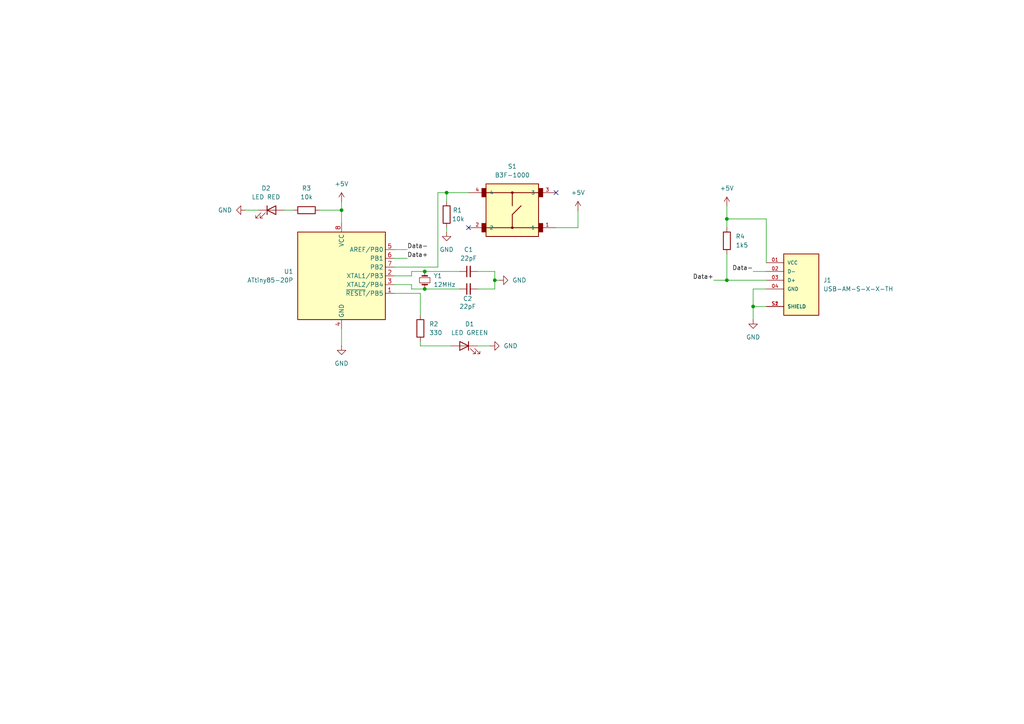
<source format=kicad_sch>
(kicad_sch (version 20231120) (generator "eeschema") (generator_version "8.0")
  (paper "A4")
  (lib_symbols
    (symbol "B3F-1000:B3F-1000" (pin_names (offset 1.016))
      (property "Reference" "S" (at -7.6261 7.6261 0))
      (property "Value" "B3F-1000" (at -7.6316 -8.9035 0))
      (symbol "B3F-1000_0_0"
        (rectangle (start -8.8931 -6.3522) (end -7.62 -3.81) (stroke (width 0.1)) (fill (type outline)))
        (rectangle (start -8.8912 3.8105) (end -7.62 6.35) (stroke (width 0.1)) (fill (type outline)))
        (rectangle (start -7.62 -7.62) (end 7.62 7.62) (stroke (width 0.254)) (fill (type background)))
        (circle (center 0 -5.08) (radius 0.254) (stroke (width 0.254)))
        (polyline (pts (xy -7.62 -5.08) (xy 0 -5.08)) (stroke (width 0.254)))
        (polyline (pts (xy -7.62 5.08) (xy 0 5.08)) (stroke (width 0.254)))
        (polyline (pts (xy 0 -5.08) (xy 0 -1.27)) (stroke (width 0.254)))
        (polyline (pts (xy 0 -5.08) (xy 7.62 -5.08)) (stroke (width 0.254)))
        (polyline (pts (xy 0 -1.27) (xy 2.54 1.27)) (stroke (width 0.254)))
        (polyline (pts (xy 0 5.08) (xy 0 1.27)) (stroke (width 0.254)))
        (polyline (pts (xy 0 5.08) (xy 7.62 5.08)) (stroke (width 0.254)))
        (circle (center 0 5.08) (radius 0.254) (stroke (width 0.254)))
        (rectangle (start 7.6236 -6.353) (end 8.89 -3.81) (stroke (width 0.1)) (fill (type outline)))
        (rectangle (start 7.6243 3.8121) (end 8.89 6.35) (stroke (width 0.1)) (fill (type outline)))
        (pin passive line (at 12.7 -5.08 180) (length 5.08) (name "1") (number "1"))
        (pin passive line (at -12.7 -5.08 0) (length 5.08) (name "2") (number "2"))
        (pin passive line (at 12.7 5.08 180) (length 5.08) (name "3") (number "3"))
        (pin passive line (at -12.7 5.08 0) (length 5.08) (name "4") (number "4"))
      )
    )
    (symbol "Device:C_Small" (pin_numbers hide) (pin_names (offset 0.254) hide)
      (property "Reference" "C" (at 0.254 1.778 0))
      (property "Value" "C_Small" (at 0.254 -2.032 0))
      (symbol "C_Small_0_1"
        (polyline (pts (xy -1.524 -0.508) (xy 1.524 -0.508)) (stroke (width 0.3302)))
        (polyline (pts (xy -1.524 0.508) (xy 1.524 0.508)) (stroke (width 0.3048)))
      )
      (symbol "C_Small_1_1"
        (pin passive line (at 0 2.54 270) (length 2.032) (name "~") (number "1"))
        (pin passive line (at 0 -2.54 90) (length 2.032) (name "~") (number "2"))
      )
    )
    (symbol "Device:Crystal_Small" (pin_numbers hide) (pin_names (offset 1.016) hide)
      (property "Reference" "Y" (at 0 2.54 0))
      (property "Value" "Crystal_Small" (at 0 -2.54 0))
      (symbol "Crystal_Small_0_1"
        (rectangle (start -0.762 -1.524) (end 0.762 1.524))
        (polyline (pts (xy -1.27 -0.762) (xy -1.27 0.762)) (stroke (width 0.381)))
        (polyline (pts (xy 1.27 -0.762) (xy 1.27 0.762)) (stroke (width 0.381)))
      )
      (symbol "Crystal_Small_1_1"
        (pin passive line (at -2.54 0 0) (length 1.27) (name "1") (number "1"))
        (pin passive line (at 2.54 0 180) (length 1.27) (name "2") (number "2"))
      )
    )
    (symbol "Device:LED" (pin_numbers hide) (pin_names (offset 1.016) hide)
      (property "Reference" "D" (at 0 2.54 0))
      (property "Value" "LED" (at 0 -2.54 0))
      (symbol "LED_0_1"
        (polyline (pts (xy -1.27 -1.27) (xy -1.27 1.27)) (stroke (width 0.254)))
        (polyline (pts (xy -1.27 0) (xy 1.27 0)))
        (polyline (pts (xy 1.27 -1.27) (xy 1.27 1.27) (xy -1.27 0) (xy 1.27 -1.27)) (stroke (width 0.254)))
        (polyline (pts (xy -3.048 -0.762) (xy -4.572 -2.286) (xy -3.81 -2.286) (xy -4.572 -2.286) (xy -4.572 -1.524)))
        (polyline (pts (xy -1.778 -0.762) (xy -3.302 -2.286) (xy -2.54 -2.286) (xy -3.302 -2.286) (xy -3.302 -1.524)))
      )
      (symbol "LED_1_1"
        (pin passive line (at -3.81 0 0) (length 2.54) (name "K") (number "1"))
        (pin passive line (at 3.81 0 180) (length 2.54) (name "A") (number "2"))
      )
    )
    (symbol "Device:R" (pin_numbers hide) (pin_names (offset 0))
      (property "Reference" "R" (at 2.032 0 90))
      (property "Value" "R" (at 0 0 90))
      (symbol "R_0_1"
        (rectangle (start -1.016 -2.54) (end 1.016 2.54) (stroke (width 0.254)))
      )
      (symbol "R_1_1"
        (pin passive line (at 0 3.81 270) (length 1.27) (name "~") (number "1"))
        (pin passive line (at 0 -3.81 90) (length 1.27) (name "~") (number "2"))
      )
    )
    (symbol "MCU_Microchip_ATtiny:ATtiny85-20P"
      (property "Reference" "U" (at -12.7 13.97 0))
      (property "Value" "ATtiny85-20P" (at 2.54 -13.97 0))
      (symbol "ATtiny85-20P_0_1"
        (rectangle (start -12.7 -12.7) (end 12.7 12.7) (stroke (width 0.254)) (fill (type background)))
      )
      (symbol "ATtiny85-20P_1_1"
        (pin bidirectional line (at 15.24 -5.08 180) (length 2.54) (name "~{RESET}/PB5") (number "1"))
        (pin bidirectional line (at 15.24 0 180) (length 2.54) (name "XTAL1/PB3") (number "2"))
        (pin bidirectional line (at 15.24 -2.54 180) (length 2.54) (name "XTAL2/PB4") (number "3"))
        (pin power_in line (at 0 -15.24 90) (length 2.54) (name "GND") (number "4"))
        (pin bidirectional line (at 15.24 7.62 180) (length 2.54) (name "AREF/PB0") (number "5"))
        (pin bidirectional line (at 15.24 5.08 180) (length 2.54) (name "PB1") (number "6"))
        (pin bidirectional line (at 15.24 2.54 180) (length 2.54) (name "PB2") (number "7"))
        (pin power_in line (at 0 15.24 270) (length 2.54) (name "VCC") (number "8"))
      )
    )
    (symbol "USB-AM-S-X-X-TH:USB-AM-S-X-X-TH" (pin_names (offset 1.016))
      (property "Reference" "J" (at -5.08 8.89 0))
      (property "Value" "USB-AM-S-X-X-TH" (at -5.08 -12.7 0))
      (symbol "USB-AM-S-X-X-TH_0_0"
        (rectangle (start -5.08 -10.16) (end 5.08 7.62) (stroke (width 0.254)) (fill (type background)))
        (pin power_in line (at -10.16 5.08 0) (length 5.08) (name "VCC") (number "01"))
        (pin bidirectional line (at -10.16 2.54 0) (length 5.08) (name "D-") (number "02"))
        (pin bidirectional line (at -10.16 0 0) (length 5.08) (name "D+") (number "03"))
        (pin power_in line (at -10.16 -2.54 0) (length 5.08) (name "GND") (number "04"))
        (pin passive line (at -10.16 -7.62 0) (length 5.08) (name "SHIELD") (number "S1"))
        (pin passive line (at -10.16 -7.62 0) (length 5.08) (name "SHIELD") (number "S2"))
      )
    )
    (symbol "power:+5V" (power) (pin_numbers hide) (pin_names (offset 0) hide)
      (property "Value" "+5V" (at 0 3.556 0))
      (symbol "+5V_0_1"
        (polyline (pts (xy -0.762 1.27) (xy 0 2.54)))
        (polyline (pts (xy 0 0) (xy 0 2.54)))
        (polyline (pts (xy 0 2.54) (xy 0.762 1.27)))
      )
      (symbol "+5V_1_1"
        (pin power_in line (at 0 0 90) (length 0) (name "~") (number "1"))
      )
    )
    (symbol "power:GND" (power) (pin_numbers hide) (pin_names (offset 0) hide)
      (property "Value" "GND" (at 0 -3.81 0))
      (symbol "GND_0_1"
        (polyline (pts (xy 0 0) (xy 0 -1.27) (xy 1.27 -1.27) (xy 0 -2.54) (xy -1.27 -1.27) (xy 0 -1.27)))
      )
      (symbol "GND_1_1"
        (pin power_in line (at 0 0 270) (length 0) (name "~") (number "1"))
      )
    )
  )
  (junction (at 143.51 81.28))
  (junction (at 123.19 78.74))
  (junction (at 210.82 63.5))
  (junction (at 218.44 88.9))
  (junction (at 99.06 60.96))
  (junction (at 129.54 55.88))
  (junction (at 210.82 81.28))
  (junction (at 123.19 83.82))
  (no_connect (at 161.29 55.88))
  (no_connect (at 135.89 66.04))
  (wire (pts (xy 218.44 88.9) (xy 222.25 88.9)))
  (wire (pts (xy 210.82 81.28) (xy 222.25 81.28)))
  (wire (pts (xy 218.44 88.9) (xy 218.44 92.71)))
  (wire (pts (xy 71.12 60.96) (xy 74.93 60.96)))
  (wire (pts (xy 123.19 78.74) (xy 133.35 78.74)))
  (wire (pts (xy 127 55.88) (xy 127 77.47)))
  (wire (pts (xy 114.3 82.55) (xy 119.38 82.55)))
  (wire (pts (xy 119.38 80.01) (xy 119.38 78.74)))
  (wire (pts (xy 92.71 60.96) (xy 99.06 60.96)))
  (wire (pts (xy 121.92 100.33) (xy 121.92 99.06)))
  (wire (pts (xy 129.54 55.88) (xy 129.54 58.42)))
  (wire (pts (xy 127 77.47) (xy 114.3 77.47)))
  (wire (pts (xy 119.38 82.55) (xy 119.38 83.82)))
  (wire (pts (xy 114.3 74.93) (xy 118.11 74.93)))
  (wire (pts (xy 222.25 83.82) (xy 218.44 83.82)))
  (wire (pts (xy 222.25 63.5) (xy 210.82 63.5)))
  (wire (pts (xy 143.51 83.82) (xy 143.51 81.28)))
  (wire (pts (xy 99.06 95.25) (xy 99.06 100.33)))
  (wire (pts (xy 114.3 85.09) (xy 121.92 85.09)))
  (wire (pts (xy 119.38 83.82) (xy 123.19 83.82)))
  (wire (pts (xy 135.89 55.88) (xy 129.54 55.88)))
  (wire (pts (xy 129.54 55.88) (xy 127 55.88)))
  (wire (pts (xy 123.19 83.82) (xy 133.35 83.82)))
  (wire (pts (xy 161.29 66.04) (xy 167.64 66.04)))
  (wire (pts (xy 218.44 78.74) (xy 222.25 78.74)))
  (wire (pts (xy 121.92 85.09) (xy 121.92 91.44)))
  (wire (pts (xy 114.3 80.01) (xy 119.38 80.01)))
  (wire (pts (xy 218.44 83.82) (xy 218.44 88.9)))
  (wire (pts (xy 119.38 78.74) (xy 123.19 78.74)))
  (wire (pts (xy 138.43 100.33) (xy 142.24 100.33)))
  (wire (pts (xy 138.43 78.74) (xy 143.51 78.74)))
  (wire (pts (xy 99.06 58.42) (xy 99.06 60.96)))
  (wire (pts (xy 138.43 83.82) (xy 143.51 83.82)))
  (wire (pts (xy 167.64 60.96) (xy 167.64 66.04)))
  (wire (pts (xy 210.82 73.66) (xy 210.82 81.28)))
  (wire (pts (xy 143.51 81.28) (xy 144.78 81.28)))
  (wire (pts (xy 210.82 59.69) (xy 210.82 63.5)))
  (wire (pts (xy 129.54 66.04) (xy 129.54 67.31)))
  (wire (pts (xy 121.92 100.33) (xy 130.81 100.33)))
  (wire (pts (xy 99.06 60.96) (xy 99.06 64.77)))
  (wire (pts (xy 114.3 72.39) (xy 118.11 72.39)))
  (wire (pts (xy 222.25 76.2) (xy 222.25 63.5)))
  (wire (pts (xy 143.51 78.74) (xy 143.51 81.28)))
  (wire (pts (xy 210.82 63.5) (xy 210.82 66.04)))
  (wire (pts (xy 82.55 60.96) (xy 85.09 60.96)))
  (wire (pts (xy 207.01 81.28) (xy 210.82 81.28)))
  (label "Data-" (at 218.44 78.74 180))
  (label "Data-" (at 118.11 72.39 0))
  (label "Data+" (at 207.01 81.28 180))
  (label "Data+" (at 118.11 74.93 0))
  (symbol (lib_id "power:GND") (at 129.54 67.31 0) (unit 1)
    (property "Reference" "#PWR06" (effects (hide yes)))
    (property "Value" "GND" (at 129.54 72.39 0))
    (property "Description" "Power symbol creates a global label with name \"GND\" , ground" (effects (hide yes)))
  )
  (symbol (lib_id "Device:LED") (at 78.74 60.96 0) (unit 1)
    (property "Reference" "D2" (at 77.1525 54.61 0))
    (property "Value" "LED RED" (at 77.1525 57.15 0))
    (property "Footprint" "LED_THT:LED_D3.0mm" (effects (hide yes)))
    (property "Description" "Light emitting diode" (effects (hide yes)))
  )
  (symbol (lib_id "Device:C_Small") (at 135.89 78.74 90) (unit 1)
    (property "Reference" "C1" (at 135.8963 72.39 90))
    (property "Value" "22pF" (at 135.8963 74.93 90))
    (property "Footprint" "Capacitor_THT:C_Disc_D5.0mm_W2.5mm_P5.00mm" (effects (hide yes)))
    (property "Description" "Unpolarized capacitor, small symbol" (effects (hide yes)))
  )
  (symbol (lib_id "power:+5V") (at 210.82 59.69 0) (unit 1)
    (property "Reference" "#PWR08" (effects (hide yes)))
    (property "Value" "+5V" (at 210.82 54.61 0))
    (property "Description" "Power symbol creates a global label with name \"+5V\"" (effects (hide yes)))
  )
  (symbol (lib_id "power:GND") (at 71.12 60.96 270) (mirror x) (unit 1)
    (property "Reference" "#PWR07" (effects (hide yes)))
    (property "Value" "GND" (at 67.31 60.9599 90) (effects (justify right)))
    (property "Description" "Power symbol creates a global label with name \"GND\" , ground" (effects (hide yes)))
  )
  (symbol (lib_id "B3F-1000:B3F-1000") (at 148.59 60.96 0) (unit 1)
    (property "Reference" "S1" (at 148.5884 48.26 0))
    (property "Value" "B3F-1000" (at 148.5884 50.8 0))
    (property "Footprint" "B3F-1000:SW_B3F-1000" (effects (hide yes)))
    (property "MF" "Omron" (effects (hide yes)))
    (property "Description_1" "\nTactile Switch SPST-NO Top Actuated Through Hole\n" (effects (hide yes)))
    (property "Package" "None" (effects (hide yes)))
    (property "Price" "None" (effects (hide yes)))
    (property "Check_prices" "https://www.snapeda.com/parts/B3F-1000/Omron+Electronics+Inc-EMC+Div/view-part/?ref=eda" (effects (hide yes)))
    (property "SnapEDA_Link" "https://www.snapeda.com/parts/B3F-1000/Omron+Electronics+Inc-EMC+Div/view-part/?ref=snap" (effects (hide yes)))
    (property "MP" "B3F-1000" (effects (hide yes)))
    (property "Purchase-URL" "https://www.snapeda.com/api/url_track_click_mouser/?unipart_id=48569&manufacturer=Omron&part_name=B3F-1000&search_term=b3f-1000" (effects (hide yes)))
    (property "Availability" "In Stock" (effects (hide yes)))
    (property "MANUFACTURER" "Omron" (effects (hide yes)))
  )
  (symbol (lib_id "Device:R") (at 210.82 69.85 0) (unit 1)
    (property "Reference" "R4" (at 213.36 68.5799 0) (effects (justify left)))
    (property "Value" "1k5" (at 213.36 71.1199 0) (effects (justify left)))
    (property "Footprint" "Resistor_THT:R_Axial_DIN0204_L3.6mm_D1.6mm_P5.08mm_Horizontal" (effects (hide yes)))
    (property "Description" "Resistor" (effects (hide yes)))
  )
  (symbol (lib_id "power:GND") (at 99.06 100.33 0) (unit 1)
    (property "Reference" "#PWR02" (effects (hide yes)))
    (property "Value" "GND" (at 99.06 105.41 0))
    (property "Description" "Power symbol creates a global label with name \"GND\" , ground" (effects (hide yes)))
  )
  (symbol (lib_id "Device:R") (at 121.92 95.25 0) (unit 1)
    (property "Reference" "R2" (at 124.46 93.9799 0) (effects (justify left)))
    (property "Value" "330" (at 124.46 96.5199 0) (effects (justify left)))
    (property "Footprint" "Resistor_THT:R_Axial_DIN0204_L3.6mm_D1.6mm_P5.08mm_Horizontal" (effects (hide yes)))
    (property "Description" "Resistor" (effects (hide yes)))
  )
  (symbol (lib_id "power:+5V") (at 167.64 60.96 0) (unit 1)
    (property "Reference" "#PWR05" (effects (hide yes)))
    (property "Value" "+5V" (at 167.64 55.88 0))
    (property "Description" "Power symbol creates a global label with name \"+5V\"" (effects (hide yes)))
  )
  (symbol (lib_id "power:+5V") (at 99.06 58.42 0) (unit 1)
    (property "Reference" "#PWR01" (effects (hide yes)))
    (property "Value" "+5V" (at 99.06 53.34 0))
    (property "Description" "Power symbol creates a global label with name \"+5V\"" (effects (hide yes)))
  )
  (symbol (lib_id "Device:C_Small") (at 135.89 83.82 90) (unit 1)
    (property "Reference" "C2" (at 135.636 86.614 90))
    (property "Value" "22pF" (at 135.636 88.9 90))
    (property "Footprint" "Capacitor_THT:C_Disc_D5.0mm_W2.5mm_P5.00mm" (effects (hide yes)))
    (property "Description" "Unpolarized capacitor, small symbol" (effects (hide yes)))
  )
  (symbol (lib_id "power:GND") (at 142.24 100.33 90) (unit 1)
    (property "Reference" "#PWR04" (effects (hide yes)))
    (property "Value" "GND" (at 146.05 100.3299 90) (effects (justify right)))
    (property "Description" "Power symbol creates a global label with name \"GND\" , ground" (effects (hide yes)))
  )
  (symbol (lib_id "Device:LED") (at 134.62 100.33 0) (mirror y) (unit 1)
    (property "Reference" "D1" (at 136.2075 93.98 0))
    (property "Value" "LED GREEN" (at 136.2075 96.52 0))
    (property "Footprint" "LED_THT:LED_D3.0mm" (effects (hide yes)))
    (property "Description" "Light emitting diode" (effects (hide yes)))
  )
  (symbol (lib_id "Device:R") (at 129.54 62.23 0) (unit 1)
    (property "Reference" "R1" (at 131.318 60.96 0) (effects (justify left)))
    (property "Value" "10k" (at 131.064 63.5 0) (effects (justify left)))
    (property "Footprint" "Resistor_THT:R_Axial_DIN0204_L3.6mm_D1.6mm_P5.08mm_Horizontal" (effects (hide yes)))
    (property "Description" "Resistor" (effects (hide yes)))
  )
  (symbol (lib_id "Device:R") (at 88.9 60.96 90) (unit 1)
    (property "Reference" "R3" (at 88.9 54.61 90))
    (property "Value" "10k" (at 88.9 57.15 90))
    (property "Footprint" "Resistor_THT:R_Axial_DIN0204_L3.6mm_D1.6mm_P5.08mm_Horizontal" (effects (hide yes)))
    (property "Description" "Resistor" (effects (hide yes)))
  )
  (symbol (lib_id "USB-AM-S-X-X-TH:USB-AM-S-X-X-TH") (at 232.41 81.28 0) (unit 1)
    (property "Reference" "J1" (at 238.76 81.2799 0) (effects (justify left)))
    (property "Value" "USB-AM-S-X-X-TH" (at 238.76 83.8199 0) (effects (justify left)))
    (property "Footprint" "USB-AM-S-X-X-TH:SAMTEC_USB-AM-S-X-X-TH" (effects (hide yes)))
    (property "MF" "Samtec" (effects (hide yes)))
    (property "MAXIMUM_PACKAGE_HEIGHT" "4.6 mm" (effects (hide yes)))
    (property "Package" "None" (effects (hide yes)))
    (property "Price" "None" (effects (hide yes)))
    (property "Check_prices" "https://www.snapeda.com/parts/USB-AM-S-F-B-TH/Samtec+Inc./view-part/?ref=eda" (effects (hide yes)))
    (property "STANDARD" "Manufacturer Recommendations" (effects (hide yes)))
    (property "PARTREV" "U" (effects (hide yes)))
    (property "SnapEDA_Link" "https://www.snapeda.com/parts/USB-AM-S-F-B-TH/Samtec+Inc./view-part/?ref=snap" (effects (hide yes)))
    (property "MP" "USB-AM-S-F-B-TH" (effects (hide yes)))
    (property "Purchase-URL" "https://www.snapeda.com/api/url_track_click_mouser/?unipart_id=474273&manufacturer=Samtec&part_name=USB-AM-S-F-B-TH&search_term=usb a male" (effects (hide yes)))
    (property "Description_1" "\nUSB-A (USB TYPE-A) USB 2.0 Plug Connector 4 Position Through Hole, Right Angle\n" (effects (hide yes)))
    (property "Availability" "In Stock" (effects (hide yes)))
    (property "MANUFACTURER" "Samtec" (effects (hide yes)))
  )
  (symbol (lib_id "Device:Crystal_Small") (at 123.19 81.28 90) (unit 1)
    (property "Reference" "Y1" (at 125.73 80.0099 90) (effects (justify right)))
    (property "Value" "12MHz" (at 125.73 82.5499 90) (effects (justify right)))
    (property "Footprint" "Crystal:Crystal_HC49-4H_Vertical" (effects (hide yes)))
    (property "Description" "Two pin crystal, small symbol" (effects (hide yes)))
  )
  (symbol (lib_id "power:GND") (at 218.44 92.71 0) (unit 1)
    (property "Reference" "#PWR09" (effects (hide yes)))
    (property "Value" "GND" (at 218.44 97.79 0))
    (property "Description" "Power symbol creates a global label with name \"GND\" , ground" (effects (hide yes)))
  )
  (symbol (lib_id "MCU_Microchip_ATtiny:ATtiny85-20P") (at 99.06 80.01 0) (unit 1)
    (property "Reference" "U1" (at 85.09 78.7399 0) (effects (justify right)))
    (property "Value" "ATtiny85-20P" (at 85.09 81.2799 0) (effects (justify right)))
    (property "Footprint" "Package_DIP:DIP-8_W7.62mm" (effects (hide yes)))
    (property "Datasheet" "http://ww1.microchip.com/downloads/en/DeviceDoc/atmel-2586-avr-8-bit-microcontroller-attiny25-attiny45-attiny85_datasheet.pdf" (effects (hide yes)))
    (property "Description" "20MHz, 8kB Flash, 512B SRAM, 512B EEPROM, debugWIRE, DIP-8" (effects (hide yes)))
  )
  (symbol (lib_id "power:GND") (at 144.78 81.28 90) (unit 1)
    (property "Reference" "#PWR03" (effects (hide yes)))
    (property "Value" "GND" (at 148.59 81.2799 90) (effects (justify right)))
    (property "Description" "Power symbol creates a global label with name \"GND\" , ground" (effects (hide yes)))
  )
)
</source>
